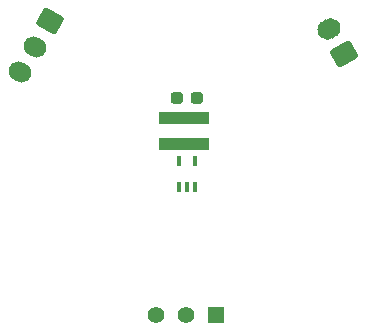
<source format=gbr>
%TF.GenerationSoftware,KiCad,Pcbnew,(6.0.8-1)-1*%
%TF.CreationDate,2022-11-16T20:28:16-05:00*%
%TF.ProjectId,Untitled,556e7469-746c-4656-942e-6b696361645f,rev?*%
%TF.SameCoordinates,Original*%
%TF.FileFunction,Soldermask,Top*%
%TF.FilePolarity,Negative*%
%FSLAX46Y46*%
G04 Gerber Fmt 4.6, Leading zero omitted, Abs format (unit mm)*
G04 Created by KiCad (PCBNEW (6.0.8-1)-1) date 2022-11-16 20:28:16*
%MOMM*%
%LPD*%
G01*
G04 APERTURE LIST*
G04 Aperture macros list*
%AMRoundRect*
0 Rectangle with rounded corners*
0 $1 Rounding radius*
0 $2 $3 $4 $5 $6 $7 $8 $9 X,Y pos of 4 corners*
0 Add a 4 corners polygon primitive as box body*
4,1,4,$2,$3,$4,$5,$6,$7,$8,$9,$2,$3,0*
0 Add four circle primitives for the rounded corners*
1,1,$1+$1,$2,$3*
1,1,$1+$1,$4,$5*
1,1,$1+$1,$6,$7*
1,1,$1+$1,$8,$9*
0 Add four rect primitives between the rounded corners*
20,1,$1+$1,$2,$3,$4,$5,0*
20,1,$1+$1,$4,$5,$6,$7,0*
20,1,$1+$1,$6,$7,$8,$9,0*
20,1,$1+$1,$8,$9,$2,$3,0*%
%AMHorizOval*
0 Thick line with rounded ends*
0 $1 width*
0 $2 $3 position (X,Y) of the first rounded end (center of the circle)*
0 $4 $5 position (X,Y) of the second rounded end (center of the circle)*
0 Add line between two ends*
20,1,$1,$2,$3,$4,$5,0*
0 Add two circle primitives to create the rounded ends*
1,1,$1,$2,$3*
1,1,$1,$4,$5*%
G04 Aperture macros list end*
%ADD10RoundRect,0.237500X-0.287500X-0.237500X0.287500X-0.237500X0.287500X0.237500X-0.287500X0.237500X0*%
%ADD11RoundRect,0.087500X-0.087500X-0.337500X0.087500X-0.337500X0.087500X0.337500X-0.087500X0.337500X0*%
%ADD12R,4.300000X1.100000*%
%ADD13RoundRect,0.250000X-0.327868X0.882115X-0.927868X-0.157115X0.327868X-0.882115X0.927868X0.157115X0*%
%ADD14HorizOval,1.700000X-0.108253X0.062500X0.108253X-0.062500X0*%
%ADD15R,1.397000X1.397000*%
%ADD16C,1.397000*%
%ADD17RoundRect,0.250000X0.949519X-0.144615X0.349519X0.894615X-0.949519X0.144615X-0.349519X-0.894615X0*%
%ADD18HorizOval,1.700000X0.129904X0.075000X-0.129904X-0.075000X0*%
G04 APERTURE END LIST*
D10*
%TO.C,REF\u002A\u002A*%
X102865000Y-55200000D03*
X104615000Y-55200000D03*
%TD*%
D11*
%TO.C,*%
X103090000Y-62700000D03*
%TD*%
%TO.C,REF\u002A\u002A*%
X103090000Y-62700000D03*
X103740000Y-62700000D03*
X104390000Y-62700000D03*
X104390000Y-60500000D03*
X103090000Y-60500000D03*
%TD*%
%TO.C,*%
X103090000Y-60500000D03*
%TD*%
D12*
%TO.C,REF\u002A\u002A*%
X103490000Y-56910000D03*
X103490000Y-59110000D03*
%TD*%
D13*
%TO.C,REF\u002A\u002A*%
X92095337Y-48672437D03*
D14*
X90845337Y-50837501D03*
X89595337Y-53002564D03*
%TD*%
D15*
%TO.C,REF\u002A\u002A*%
X106187500Y-73550100D03*
D16*
X103647500Y-73550100D03*
X101107500Y-73550100D03*
%TD*%
D17*
%TO.C,REF\u002A\u002A*%
X117000000Y-51500000D03*
D18*
X115750000Y-49334936D03*
%TD*%
M02*

</source>
